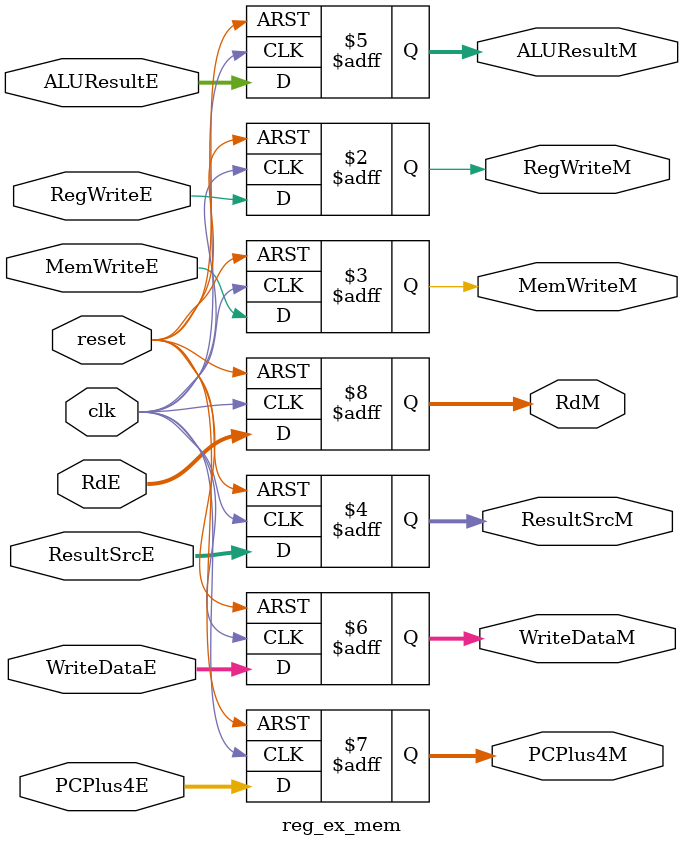
<source format=v>
module reg_ex_mem(input        clk, reset,
                  input        RegWriteE, MemWriteE,
                  input  [1:0] ResultSrcE,
                  input  [31:0] ALUResultE, WriteDataE, PCPlus4E,
                  input  [4:0]  RdE,
                  output reg        RegWriteM, MemWriteM,
                  output reg [1:0]  ResultSrcM,
                  output reg [31:0] ALUResultM, WriteDataM, PCPlus4M,
                  output reg [4:0]  RdM);

  always @(posedge clk or posedge reset) begin
    if (reset) begin
      RegWriteM <= 0; MemWriteM <= 0; ResultSrcM <= 0;
      ALUResultM <= 0; WriteDataM <= 0; PCPlus4M <= 0; RdM <= 0;
    end else begin
      RegWriteM <= RegWriteE; MemWriteM <= MemWriteE; ResultSrcM <= ResultSrcE;
      ALUResultM <= ALUResultE; WriteDataM <= WriteDataE; PCPlus4M <= PCPlus4E; RdM <= RdE;
    end
  end
endmodule
</source>
